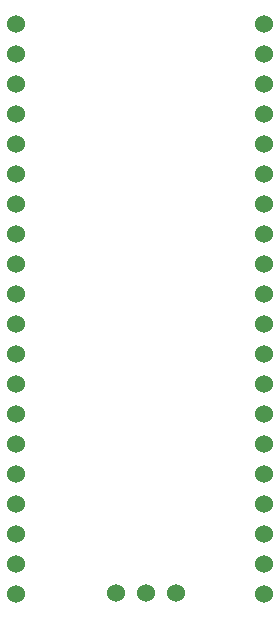
<source format=gbs>
%TF.GenerationSoftware,KiCad,Pcbnew,8.0.7*%
%TF.CreationDate,2025-02-02T23:02:38+05:30*%
%TF.ProjectId,my-template,6d792d74-656d-4706-9c61-74652e6b6963,rev?*%
%TF.SameCoordinates,Original*%
%TF.FileFunction,Soldermask,Bot*%
%TF.FilePolarity,Negative*%
%FSLAX46Y46*%
G04 Gerber Fmt 4.6, Leading zero omitted, Abs format (unit mm)*
G04 Created by KiCad (PCBNEW 8.0.7) date 2025-02-02 23:02:38*
%MOMM*%
%LPD*%
G01*
G04 APERTURE LIST*
%ADD10C,1.524000*%
G04 APERTURE END LIST*
D10*
%TO.C,J2*%
X236500000Y-128080000D03*
X236500000Y-125540000D03*
X236500000Y-123000000D03*
X236500000Y-120460000D03*
X236500000Y-117920000D03*
X236500000Y-115380000D03*
X236500000Y-112840000D03*
X236500000Y-110300000D03*
X236500000Y-107760000D03*
X236500000Y-105220000D03*
X236500000Y-102680000D03*
X236500000Y-100140000D03*
X236500000Y-97600000D03*
X236500000Y-95060000D03*
X236500000Y-92520000D03*
X236500000Y-89980000D03*
X236500000Y-87440000D03*
X236500000Y-84900000D03*
X236500000Y-82360000D03*
X236500000Y-79820000D03*
%TD*%
%TO.C,J4*%
X215500000Y-79780000D03*
X215500000Y-82320000D03*
X215500000Y-84860000D03*
X215500000Y-87400000D03*
X215500000Y-89940000D03*
X215500000Y-92480000D03*
X215500000Y-95020000D03*
X215500000Y-97560000D03*
X215500000Y-100100000D03*
X215500000Y-102640000D03*
X215500000Y-105180000D03*
X215500000Y-107720000D03*
X215500000Y-110260000D03*
X215500000Y-112800000D03*
X215500000Y-115340000D03*
X215500000Y-117880000D03*
X215500000Y-120420000D03*
X215500000Y-122960000D03*
X215500000Y-125500000D03*
X215500000Y-128040000D03*
%TD*%
%TO.C,J3*%
X223960000Y-128000000D03*
X226500000Y-128000000D03*
X229040000Y-128000000D03*
%TD*%
M02*

</source>
